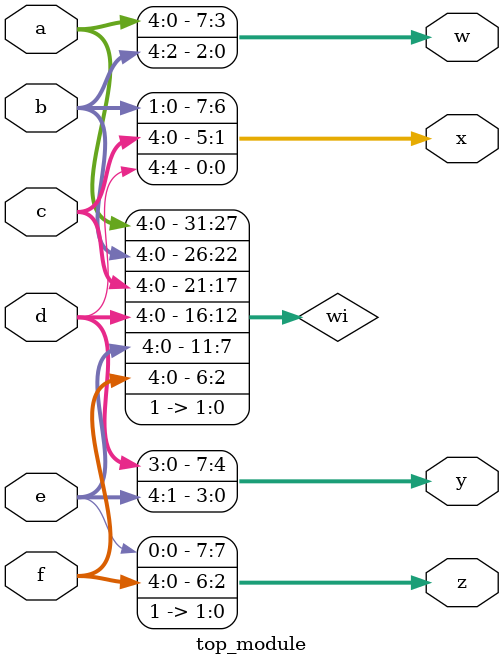
<source format=v>
module top_module (
    input [4:0] a, b, c, d, e, f,
    output [7:0] w, x, y, z );
    wire [31:0]wi={a[4:0],b[4:0],c[4:0],d[4:0],e[4:0],f[4:0],2'b11};
    assign w=wi[31:24],
        x=wi[23:16],
        y=wi[15:8],
        z=wi[7:0];
endmodule

</source>
